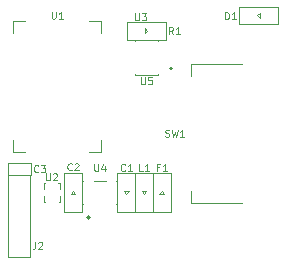
<source format=gto>
G04 #@! TF.GenerationSoftware,KiCad,Pcbnew,(6.0.9)*
G04 #@! TF.CreationDate,2023-01-08T15:40:12+09:00*
G04 #@! TF.ProjectId,WBMon,57424d6f-6e2e-46b6-9963-61645f706362,1.0*
G04 #@! TF.SameCoordinates,Original*
G04 #@! TF.FileFunction,Legend,Top*
G04 #@! TF.FilePolarity,Positive*
%FSLAX46Y46*%
G04 Gerber Fmt 4.6, Leading zero omitted, Abs format (unit mm)*
G04 Created by KiCad (PCBNEW (6.0.9)) date 2023-01-08 15:40:12*
%MOMM*%
%LPD*%
G01*
G04 APERTURE LIST*
%ADD10C,0.100000*%
%ADD11C,0.120000*%
%ADD12C,0.200000*%
G04 APERTURE END LIST*
D10*
X-3907142Y-1571428D02*
X-3907142Y-2057142D01*
X-3878571Y-2114285D01*
X-3850000Y-2142857D01*
X-3792857Y-2171428D01*
X-3678571Y-2171428D01*
X-3621428Y-2142857D01*
X-3592857Y-2114285D01*
X-3564285Y-2057142D01*
X-3564285Y-1571428D01*
X-3021428Y-1771428D02*
X-3021428Y-2171428D01*
X-3164285Y-1542857D02*
X-3307142Y-1971428D01*
X-2935714Y-1971428D01*
X42857Y5778571D02*
X42857Y5292857D01*
X71428Y5235714D01*
X100000Y5207142D01*
X157142Y5178571D01*
X271428Y5178571D01*
X328571Y5207142D01*
X357142Y5235714D01*
X385714Y5292857D01*
X385714Y5778571D01*
X957142Y5778571D02*
X671428Y5778571D01*
X642857Y5492857D01*
X671428Y5521428D01*
X728571Y5550000D01*
X871428Y5550000D01*
X928571Y5521428D01*
X957142Y5492857D01*
X985714Y5435714D01*
X985714Y5292857D01*
X957142Y5235714D01*
X928571Y5207142D01*
X871428Y5178571D01*
X728571Y5178571D01*
X671428Y5207142D01*
X642857Y5235714D01*
X-1300000Y-2114285D02*
X-1328571Y-2142857D01*
X-1414285Y-2171428D01*
X-1471428Y-2171428D01*
X-1557142Y-2142857D01*
X-1614285Y-2085714D01*
X-1642857Y-2028571D01*
X-1671428Y-1914285D01*
X-1671428Y-1828571D01*
X-1642857Y-1714285D01*
X-1614285Y-1657142D01*
X-1557142Y-1600000D01*
X-1471428Y-1571428D01*
X-1414285Y-1571428D01*
X-1328571Y-1600000D01*
X-1300000Y-1628571D01*
X-728571Y-2171428D02*
X-1071428Y-2171428D01*
X-900000Y-2171428D02*
X-900000Y-1571428D01*
X-957142Y-1657142D01*
X-1014285Y-1714285D01*
X-1071428Y-1742857D01*
X200000Y-2171428D02*
X-85714Y-2171428D01*
X-85714Y-1571428D01*
X714285Y-2171428D02*
X371428Y-2171428D01*
X542857Y-2171428D02*
X542857Y-1571428D01*
X485714Y-1657142D01*
X428571Y-1714285D01*
X371428Y-1742857D01*
X-457142Y11178571D02*
X-457142Y10692857D01*
X-428571Y10635714D01*
X-399999Y10607142D01*
X-342857Y10578571D01*
X-228571Y10578571D01*
X-171428Y10607142D01*
X-142857Y10635714D01*
X-114285Y10692857D01*
X-114285Y11178571D01*
X114285Y11178571D02*
X485714Y11178571D01*
X285714Y10950000D01*
X371428Y10950000D01*
X428571Y10921428D01*
X457142Y10892857D01*
X485714Y10835714D01*
X485714Y10692857D01*
X457142Y10635714D01*
X428571Y10607142D01*
X371428Y10578571D01*
X200000Y10578571D01*
X142857Y10607142D01*
X114285Y10635714D01*
X2100000Y757142D02*
X2185714Y728571D01*
X2328571Y728571D01*
X2385714Y757142D01*
X2414285Y785714D01*
X2442857Y842857D01*
X2442857Y900000D01*
X2414285Y957142D01*
X2385714Y985714D01*
X2328571Y1014285D01*
X2214285Y1042857D01*
X2157142Y1071428D01*
X2128571Y1100000D01*
X2100000Y1157142D01*
X2100000Y1214285D01*
X2128571Y1271428D01*
X2157142Y1300000D01*
X2214285Y1328571D01*
X2357142Y1328571D01*
X2442857Y1300000D01*
X2642857Y1328571D02*
X2785714Y728571D01*
X2900000Y1157142D01*
X3014285Y728571D01*
X3157142Y1328571D01*
X3700000Y728571D02*
X3357142Y728571D01*
X3528571Y728571D02*
X3528571Y1328571D01*
X3471428Y1242857D01*
X3414285Y1185714D01*
X3357142Y1157142D01*
X-8900000Y-8171428D02*
X-8900000Y-8600000D01*
X-8928571Y-8685714D01*
X-8985714Y-8742857D01*
X-9071428Y-8771428D01*
X-9128571Y-8771428D01*
X-8642857Y-8228571D02*
X-8614285Y-8200000D01*
X-8557142Y-8171428D01*
X-8414285Y-8171428D01*
X-8357142Y-8200000D01*
X-8328571Y-8228571D01*
X-8300000Y-8285714D01*
X-8300000Y-8342857D01*
X-8328571Y-8428571D01*
X-8671428Y-8771428D01*
X-8300000Y-8771428D01*
X-8007142Y-2371428D02*
X-8007142Y-2857142D01*
X-7978571Y-2914285D01*
X-7950000Y-2942857D01*
X-7892857Y-2971428D01*
X-7778571Y-2971428D01*
X-7721428Y-2942857D01*
X-7692857Y-2914285D01*
X-7664285Y-2857142D01*
X-7664285Y-2371428D01*
X-7407142Y-2428571D02*
X-7378571Y-2400000D01*
X-7321428Y-2371428D01*
X-7178571Y-2371428D01*
X-7121428Y-2400000D01*
X-7092857Y-2428571D01*
X-7064285Y-2485714D01*
X-7064285Y-2542857D01*
X-7092857Y-2628571D01*
X-7435714Y-2971428D01*
X-7064285Y-2971428D01*
X-5800000Y-2064285D02*
X-5828571Y-2092857D01*
X-5914285Y-2121428D01*
X-5971428Y-2121428D01*
X-6057142Y-2092857D01*
X-6114285Y-2035714D01*
X-6142857Y-1978571D01*
X-6171428Y-1864285D01*
X-6171428Y-1778571D01*
X-6142857Y-1664285D01*
X-6114285Y-1607142D01*
X-6057142Y-1550000D01*
X-5971428Y-1521428D01*
X-5914285Y-1521428D01*
X-5828571Y-1550000D01*
X-5800000Y-1578571D01*
X-5571428Y-1578571D02*
X-5542857Y-1550000D01*
X-5485714Y-1521428D01*
X-5342857Y-1521428D01*
X-5285714Y-1550000D01*
X-5257142Y-1578571D01*
X-5228571Y-1635714D01*
X-5228571Y-1692857D01*
X-5257142Y-1778571D01*
X-5600000Y-2121428D01*
X-5228571Y-2121428D01*
X1600000Y-1857142D02*
X1400000Y-1857142D01*
X1400000Y-2171428D02*
X1400000Y-1571428D01*
X1685714Y-1571428D01*
X2228571Y-2171428D02*
X1885714Y-2171428D01*
X2057142Y-2171428D02*
X2057142Y-1571428D01*
X2000000Y-1657142D01*
X1942857Y-1714285D01*
X1885714Y-1742857D01*
X7157142Y10678571D02*
X7157142Y11278571D01*
X7300000Y11278571D01*
X7385714Y11250000D01*
X7442857Y11192857D01*
X7471428Y11135714D01*
X7500000Y11021428D01*
X7500000Y10935714D01*
X7471428Y10821428D01*
X7442857Y10764285D01*
X7385714Y10707142D01*
X7300000Y10678571D01*
X7157142Y10678571D01*
X8071428Y10678571D02*
X7728571Y10678571D01*
X7900000Y10678571D02*
X7900000Y11278571D01*
X7842857Y11192857D01*
X7785714Y11135714D01*
X7728571Y11107142D01*
X-7507142Y11328571D02*
X-7507142Y10842857D01*
X-7478571Y10785714D01*
X-7450000Y10757142D01*
X-7392857Y10728571D01*
X-7278571Y10728571D01*
X-7221428Y10757142D01*
X-7192857Y10785714D01*
X-7164285Y10842857D01*
X-7164285Y11328571D01*
X-6564285Y10728571D02*
X-6907142Y10728571D01*
X-6735714Y10728571D02*
X-6735714Y11328571D01*
X-6792857Y11242857D01*
X-6850000Y11185714D01*
X-6907142Y11157142D01*
X2750000Y9428571D02*
X2550000Y9714285D01*
X2407142Y9428571D02*
X2407142Y10028571D01*
X2635714Y10028571D01*
X2692857Y10000000D01*
X2721428Y9971428D01*
X2750000Y9914285D01*
X2750000Y9828571D01*
X2721428Y9771428D01*
X2692857Y9742857D01*
X2635714Y9714285D01*
X2407142Y9714285D01*
X3321428Y9428571D02*
X2978571Y9428571D01*
X3150000Y9428571D02*
X3150000Y10028571D01*
X3092857Y9942857D01*
X3035714Y9885714D01*
X2978571Y9857142D01*
X-8650000Y-2214285D02*
X-8678571Y-2242857D01*
X-8764285Y-2271428D01*
X-8821428Y-2271428D01*
X-8907142Y-2242857D01*
X-8964285Y-2185714D01*
X-8992857Y-2128571D01*
X-9021428Y-2014285D01*
X-9021428Y-1928571D01*
X-8992857Y-1814285D01*
X-8964285Y-1757142D01*
X-8907142Y-1700000D01*
X-8821428Y-1671428D01*
X-8764285Y-1671428D01*
X-8678571Y-1700000D01*
X-8650000Y-1728571D01*
X-8450000Y-1671428D02*
X-8078571Y-1671428D01*
X-8278571Y-1900000D01*
X-8192857Y-1900000D01*
X-8135714Y-1928571D01*
X-8107142Y-1957142D01*
X-8078571Y-2014285D01*
X-8078571Y-2157142D01*
X-8107142Y-2214285D01*
X-8135714Y-2242857D01*
X-8192857Y-2271428D01*
X-8364285Y-2271428D01*
X-8421428Y-2242857D01*
X-8450000Y-2214285D01*
D11*
X-1950000Y-4950000D02*
X-1950000Y-3050000D01*
X-3950000Y-3050000D02*
X-2950000Y-3050000D01*
X-4850000Y-3050000D02*
X-4950000Y-3050000D01*
X-4950000Y-4950000D02*
X-4850000Y-4950000D01*
X-4950000Y-3050000D02*
X-4950000Y-4950000D01*
X-2050000Y-4950000D02*
X-1950000Y-4950000D01*
X-1950000Y-3050000D02*
X-2050000Y-3050000D01*
D12*
X-4300000Y-6100000D02*
G75*
G03*
X-4300000Y-6100000I-100000J0D01*
G01*
D11*
X-450000Y6050000D02*
X-450000Y5950000D01*
X1450000Y8950000D02*
X-450000Y8950000D01*
X1450000Y8850000D02*
X1450000Y8950000D01*
X-450000Y5950000D02*
X1450000Y5950000D01*
X1450000Y5950000D02*
X1450000Y6050000D01*
X-450000Y8950000D02*
X-450000Y8850000D01*
D12*
X2700000Y6500000D02*
G75*
G03*
X2700000Y6500000I-100000J0D01*
G01*
D11*
X-1400000Y-3900000D02*
X-1000000Y-3900000D01*
X-450000Y-5650000D02*
X-450000Y-2350000D01*
X-1950000Y-5650000D02*
X-450000Y-5650000D01*
X-1200000Y-4100000D02*
X-1400000Y-3900000D01*
X-1950000Y-5650000D02*
X-1950000Y-2350000D01*
X-1000000Y-3900000D02*
X-1200000Y-4100000D01*
X-1950000Y-2350000D02*
X-450000Y-2350000D01*
X100000Y-3900000D02*
X500000Y-3900000D01*
X-450000Y-2350000D02*
X1050000Y-2350000D01*
X500000Y-3900000D02*
X300000Y-4100000D01*
X-450000Y-5650000D02*
X1050000Y-5650000D01*
X-450000Y-5650000D02*
X-450000Y-2350000D01*
X1050000Y-5650000D02*
X1050000Y-2350000D01*
X300000Y-4100000D02*
X100000Y-3900000D01*
X4300000Y-4900000D02*
X4300000Y-3900000D01*
X4300000Y6900000D02*
X8600000Y6900000D01*
X4300000Y6900000D02*
X4300000Y5900000D01*
X4300000Y-4900000D02*
X8600000Y-4900000D01*
X-9350000Y-2500000D02*
X-11250000Y-2500000D01*
X-9350000Y-9450000D02*
X-11250000Y-9450000D01*
X-9350000Y-9450000D02*
X-9350000Y-2500000D01*
X-11250000Y-9450000D02*
X-11250000Y-2500000D01*
X-6800000Y-3200000D02*
X-6800000Y-3700000D01*
X-8200000Y-3700000D02*
X-8200000Y-3200000D01*
X-8200000Y-3200000D02*
X-8100000Y-3200000D01*
X-6800000Y-4800000D02*
X-6900000Y-4800000D01*
X-8100000Y-4800000D02*
X-8200000Y-4800000D01*
X-6800000Y-4300000D02*
X-6800000Y-4800000D01*
X-7000000Y-3200000D02*
X-6800000Y-3200000D01*
X-8200000Y-4800000D02*
X-8200000Y-4300000D01*
X-5700000Y-3900000D02*
X-5500000Y-4100000D01*
X-5900000Y-4100000D02*
X-5700000Y-3900000D01*
X-4950000Y-2350000D02*
X-4950000Y-5650000D01*
X-6450000Y-2350000D02*
X-6450000Y-5650000D01*
X-4950000Y-2350000D02*
X-6450000Y-2350000D01*
X-4950000Y-5650000D02*
X-6450000Y-5650000D01*
X-5500000Y-4100000D02*
X-5900000Y-4100000D01*
X1600000Y-4100000D02*
X1800000Y-3900000D01*
X1050000Y-2350000D02*
X1050000Y-5650000D01*
X2550000Y-2350000D02*
X1050000Y-2350000D01*
X1800000Y-3900000D02*
X2000000Y-4100000D01*
X2000000Y-4100000D02*
X1600000Y-4100000D01*
X2550000Y-5650000D02*
X1050000Y-5650000D01*
X2550000Y-2350000D02*
X2550000Y-5650000D01*
X8350000Y10250000D02*
X11650000Y10250000D01*
X8350000Y11750000D02*
X8350000Y10250000D01*
X10100000Y10800000D02*
X9900000Y11000000D01*
X9900000Y11000000D02*
X10100000Y11200000D01*
X11650000Y11750000D02*
X11650000Y10250000D01*
X8350000Y11750000D02*
X11650000Y11750000D01*
X10100000Y11200000D02*
X10100000Y10800000D01*
X-10750000Y10550000D02*
X-9750000Y10550000D01*
X-3350000Y-550000D02*
X-3350000Y450000D01*
X-3350000Y-550000D02*
X-4350000Y-550000D01*
X-3350000Y10550000D02*
X-4350000Y10550000D01*
X-10750000Y-550000D02*
X-9750000Y-550000D01*
X-3350000Y10550000D02*
X-3350000Y9550000D01*
X-10750000Y10550000D02*
X-10750000Y9550000D01*
X-10750000Y-550000D02*
X-10750000Y450000D01*
X2150000Y8950000D02*
X-1150000Y8950000D01*
X400000Y9500000D02*
X400000Y9900000D01*
X600000Y9700000D02*
X400000Y9500000D01*
X-1150000Y8950000D02*
X-1150000Y10450000D01*
X2150000Y10450000D02*
X-1150000Y10450000D01*
X400000Y9900000D02*
X600000Y9700000D01*
X2150000Y8950000D02*
X2150000Y10450000D01*
X-9250000Y-1500000D02*
X-11250000Y-1500000D01*
X-9250000Y-2500000D02*
X-11250000Y-2500000D01*
X-11250000Y-1500000D02*
X-11250000Y-2500000D01*
X-9250000Y-1500000D02*
X-9250000Y-2500000D01*
M02*

</source>
